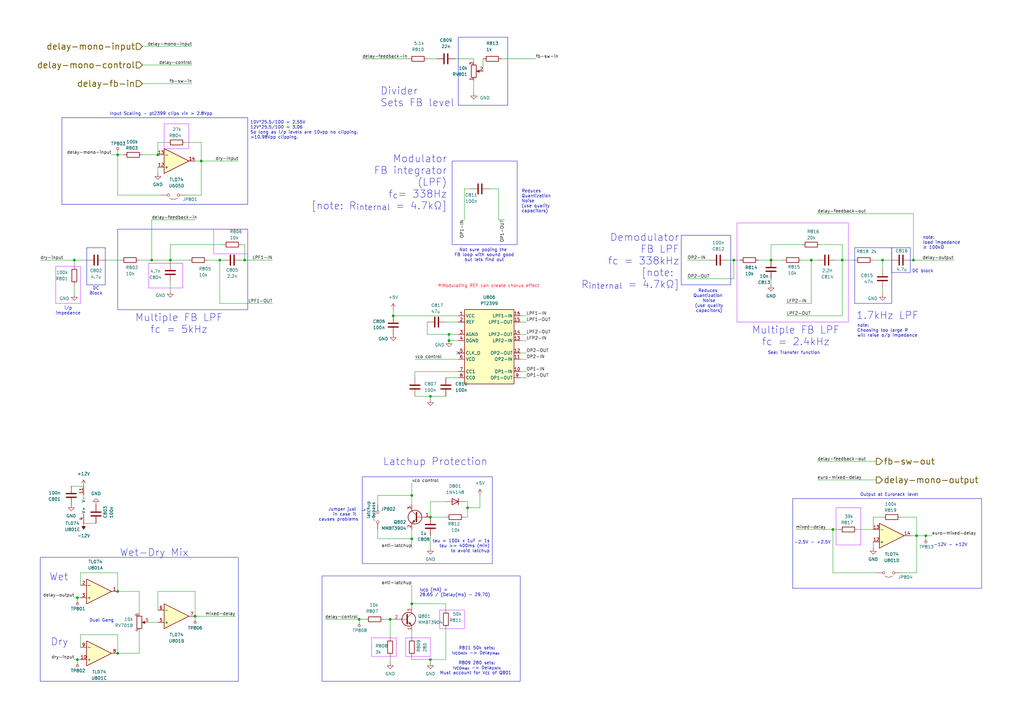
<source format=kicad_sch>
(kicad_sch (version 20250114) (generator "eeschema") (generator_version "9.0")
  (paper "A3")
  (rectangle (start 342.9 208.28) (end 353.06 223.52) (stroke (width 0) (color 189 20 255 1)))
  (rectangle (start 148.59 195.58) (end 201.93 231.14))
  (rectangle (start 365.76 101.6) (end 373.38 111.76))
  (rectangle (start 185.42 66.04) (end 212.09 100.33))
  (rectangle (start 60.96 107.95) (end 74.93 118.11) (stroke (width 0) (color 189 20 255 1)))
  (rectangle (start 302.26 91.44) (end 347.98 132.08) (stroke (width 0) (color 189 20 255 1)))
  (rectangle (start 325.12 204.47) (end 402.59 241.3))
  (rectangle (start 166.37 261.62) (end 176.53 269.24) (stroke (width 0) (color 189 20 255 1)))
  (rectangle (start 187.96 15.24) (end 208.28 43.18))
  (rectangle (start 87.63 93.98) (end 101.6 104.14) (stroke (width 0) (color 189 20 255 1)))
  (rectangle (start 48.26 93.98) (end 101.6 127))
  (rectangle (start 180.34 250.19) (end 190.5 257.81) (stroke (width 0) (color 189 20 255 1)))
  (rectangle (start 16.51 228.6) (end 97.79 279.4))
  (rectangle (start 67.31 50.8) (end 77.47 60.96) (stroke (width 0) (color 189 20 255 1)))
  (rectangle (start 152.4 261.62) (end 162.56 269.24) (stroke (width 0) (color 189 20 255 1)))
  (rectangle (start 279.4 96.52) (end 299.72 116.84))
  (rectangle (start 35.56 101.6) (end 43.18 116.84))
  (rectangle (start 25.4 48.26) (end 101.6 83.82))
  (rectangle (start 350.52 101.6) (end 365.76 124.46))
  (rectangle (start 22.86 109.22) (end 33.02 124.46) (stroke (width 0) (color 189 20 255 1)))
  (rectangle (start 132.08 236.22) (end 213.36 279.4))
  (text "Latchup Protection" (at 178.562 189.484 0) (effects (font (size 3 3))))
  (text "Wet-Dry Mix" (at 63.246 226.822 0) (effects (font (size 3 3))))
  (text "Reduces \nQuantization \nNoise\n(use quality\ncapacitors)" (at 213.868 82.55 0) (effects (font (size 1.27 1.27)) (justify left)))
  (text "Reduces \nQuantization \nNoise\n(use quality\ncapacitors)" (at 290.83 123.444 0) (effects (font (size 1.27 1.27))))
  (text "tau = 100k x 1uF = 1s\ntau >= 400ms (min)\nto avoid latchup" (at 200.914 224.028 0) (effects (font (size 1.27 1.27)) (justify right)))
  (text "*" (at 181.61 118.11 0) (effects (font (size 3 3)) (justify right)))
  (text "i/p\nimpedance" (at 27.94 127.508 0) (effects (font (size 1.27 1.27))))
  (text "-12V - +12V" (at 389.89 223.52 0) (effects (font (size 1.27 1.27))))
  (text "Multiple FB LPF\nfc = 2.4kHz" (at 326.39 137.922 0) (effects (font (size 3 3))))
  (text "Multiple FB LPF\nfc = 5kHz" (at 73.406 132.842 0) (effects (font (size 3 3))))
  (text "Demodulator\nFB LPF\nfc = 338kHz\n[note: \nR_{internal} = 4.7kΩ]" (at 278.638 107.188 0) (effects (font (size 3 3)) (justify right)))
  (text "I_{VCO} (mA) = \n28.65 / (Delay(ms) - 29.70)" (at 171.958 243.078 0) (effects (font (size 1.27 1.27)) (justify left)))
  (text "10V*25.5/100 = 2.55V\n12V*25.5/100 = 3.06\nSo long as i/p levels are 10vpp no clipping.\n>10.98Vpp clipping." (at 102.616 53.34 0) (effects (font (size 1.27 1.27)) (justify left)))
  (text "Not sure poping the \nFB loop with sound good\nbut lets find out" (at 198.628 104.648 0) (effects (font (size 1.27 1.27))))
  (text "-2.5V - +2.5V" (at 333.248 222.504 0) (effects (font (size 1.27 1.27))))
  (text "Input Scaling - pt2399 clips vin > 2.8Vpp" (at 66.04 46.736 0) (effects (font (size 1.27 1.27))))
  (text "Jumper just \nin case it \ncauses problems" (at 147.066 211.074 0) (effects (font (size 1.27 1.27)) (justify right)))
  (text "note: \nload impedance\n≥ 100kΩ" (at 378.46 99.568 0) (effects (font (size 1.27 1.27)) (justify left)))
  (text "Wet" (at 24.13 236.728 0) (effects (font (size 3 3))))
  (text "Dry" (at 24.384 263.398 0) (effects (font (size 3 3))))
  (text "Divider\nSets FB level" (at 155.956 39.878 0) (effects (font (size 3 3)) (justify left)))
  (text "DC\nBlock" (at 39.37 119.38 0) (effects (font (size 1.27 1.27))))
  (text "${/33ef3f06-edc7-46b4-b560-054201e050e5/38b98dfe-f127-4477-aed0-893acac8e9fa/351fb0f8-370b-4d44-9f18-b74dc87e85b3/082f5597-5b73-49f7-9c7d-a3de5ff4bc1d:REFERENCE} ${/33ef3f06-edc7-46b4-b560-054201e050e5/38b98dfe-f127-4477-aed0-893acac8e9fa/351fb0f8-370b-4d44-9f18-b74dc87e85b3/082f5597-5b73-49f7-9c7d-a3de5ff4bc1d:VALUE} sets:\nI_{VCO_{min}} -> Delay_{max} \n\n${/33ef3f06-edc7-46b4-b560-054201e050e5/38b98dfe-f127-4477-aed0-893acac8e9fa/351fb0f8-370b-4d44-9f18-b74dc87e85b3/b5134194-10cd-4809-8d9f-4d54df1be5b9:REFERENCE} ${/33ef3f06-edc7-46b4-b560-054201e050e5/38b98dfe-f127-4477-aed0-893acac8e9fa/351fb0f8-370b-4d44-9f18-b74dc87e85b3/b5134194-10cd-4809-8d9f-4d54df1be5b9:VALUE} sets:\nI_{VCO_{max}} -> Delay_{min}\nMust account for V_{CE} of ${/33ef3f06-edc7-46b4-b560-054201e050e5/38b98dfe-f127-4477-aed0-893acac8e9fa/351fb0f8-370b-4d44-9f18-b74dc87e85b3/52964144-56f2-4497-874c-574b9ba5df81:REFERENCE} " (at 195.58 271.018 0) (effects (font (size 1.27 1.27))))
  (text "1.7kHz LPF" (at 363.982 129.54 0) (effects (font (size 3 3))))
  (text "See: Transfer function" (at 325.628 144.78 0) (effects (font (size 1.27 1.27))))
  (text "Modulator\nFB integrator\n(LPF)\nf_{c}= 338Hz\n[note: R_{internal} = 4.7kΩ]\n" (at 183.388 74.93 0) (effects (font (size 3 3)) (justify right)))
  (text "Modulating REF can create chorus effect" (at 221.234 117.348 0) (effects (font (size 1.27 1.27)) (justify right)))
  (text "Dual Gang" (at 41.656 254.508 0) (effects (font (size 1.27 1.27))))
  (text "note: \nChoosing too large R\nwill raise o/p impedance" (at 351.536 135.636 0) (effects (font (size 1.27 1.27)) (justify left)))
  (text "DC block" (at 378.46 111.252 0) (effects (font (size 1.27 1.27))))
  (text "Output at Eurorack level" (at 364.744 202.946 0) (effects (font (size 1.27 1.27))))
  (junction (at 300.99 106.68))
  (junction (at 168.91 247.65))
  (junction (at 168.91 220.98))
  (junction (at 345.44 106.68))
  (junction (at 48.26 267.97))
  (junction (at 361.95 106.68))
  (junction (at 69.85 106.68))
  (junction (at 379.73 219.71))
  (junction (at 184.15 139.7))
  (junction (at 80.01 252.73))
  (junction (at 48.26 242.57))
  (junction (at 31.75 270.51))
  (junction (at 90.17 106.68))
  (junction (at 374.65 106.68))
  (junction (at 82.55 66.04))
  (junction (at 62.23 106.68))
  (junction (at 48.26 63.5))
  (junction (at 176.53 212.09))
  (junction (at 176.53 162.56))
  (junction (at 30.48 106.68))
  (junction (at 375.92 219.71))
  (junction (at 176.53 270.51))
  (junction (at 64.77 63.5))
  (junction (at 341.63 217.17))
  (junction (at 161.29 129.54))
  (junction (at 31.75 245.11))
  (junction (at 184.15 137.16))
  (junction (at 168.91 203.2))
  (junction (at 160.02 254))
  (junction (at 332.74 106.68))
  (junction (at 100.33 106.68))
  (junction (at 191.77 208.28))
  (junction (at 147.32 254))
  (junction (at 316.23 106.68))
  (no_connect (at 187.96 144.78))
  (wire (pts (xy 176.53 162.56) (xy 182.88 162.56)))
  (wire (pts (xy 64.77 58.42) (xy 68.58 58.42)))
  (wire (pts (xy 62.23 106.68) (xy 69.85 106.68)))
  (wire (pts (xy 176.53 205.74) (xy 176.53 212.09)))
  (wire (pts (xy 34.29 214.63) (xy 39.37 214.63)))
  (wire (pts (xy 170.18 162.56) (xy 176.53 162.56)))
  (wire (pts (xy 62.23 90.17) (xy 80.01 90.17)))
  (wire (pts (xy 64.77 250.19) (xy 64.77 242.57)))
  (wire (pts (xy 358.14 222.25) (xy 358.14 224.79)))
  (wire (pts (xy 48.26 234.95) (xy 48.26 242.57)))
  (wire (pts (xy 379.73 222.25) (xy 379.73 219.71)))
  (wire (pts (xy 100.33 106.68) (xy 111.76 106.68)))
  (wire (pts (xy 168.91 270.51) (xy 176.53 270.51)))
  (wire (pts (xy 358.14 212.09) (xy 361.95 212.09)))
  (wire (pts (xy 322.58 129.54) (xy 345.44 129.54)))
  (wire (pts (xy 281.94 106.68) (xy 290.83 106.68)))
  (wire (pts (xy 45.72 63.5) (xy 48.26 63.5)))
  (wire (pts (xy 64.77 68.58) (xy 64.77 71.12)))
  (wire (pts (xy 69.85 106.68) (xy 69.85 107.95)))
  (wire (pts (xy 369.57 212.09) (xy 375.92 212.09)))
  (wire (pts (xy 154.94 217.17) (xy 154.94 220.98)))
  (wire (pts (xy 176.53 219.71) (xy 176.53 224.79)))
  (wire (pts (xy 154.94 207.01) (xy 154.94 203.2)))
  (wire (pts (xy 322.58 124.46) (xy 332.74 124.46)))
  (wire (pts (xy 76.2 58.42) (xy 82.55 58.42)))
  (wire (pts (xy 90.17 106.68) (xy 90.17 124.46)))
  (wire (pts (xy 161.29 129.54) (xy 187.96 129.54)))
  (wire (pts (xy 57.15 106.68) (xy 62.23 106.68)))
  (wire (pts (xy 80.01 66.04) (xy 82.55 66.04)))
  (wire (pts (xy 335.28 189.23) (xy 359.41 189.23)))
  (wire (pts (xy 198.12 24.13) (xy 198.12 29.21)))
  (wire (pts (xy 170.18 147.32) (xy 187.96 147.32)))
  (wire (pts (xy 80.01 252.73) (xy 96.52 252.73)))
  (wire (pts (xy 168.91 240.03) (xy 168.91 247.65)))
  (wire (pts (xy 30.48 116.84) (xy 30.48 120.65)))
  (wire (pts (xy 30.48 109.22) (xy 30.48 106.68)))
  (wire (pts (xy 191.77 205.74) (xy 191.77 208.28)))
  (wire (pts (xy 351.79 217.17) (xy 358.14 217.17)))
  (wire (pts (xy 187.96 152.4) (xy 170.18 152.4)))
  (wire (pts (xy 58.42 26.67) (xy 78.74 26.67)))
  (wire (pts (xy 176.53 162.56) (xy 176.53 163.83)))
  (wire (pts (xy 168.91 220.98) (xy 168.91 224.79)))
  (wire (pts (xy 170.18 152.4) (xy 170.18 154.94)))
  (wire (pts (xy 316.23 106.68) (xy 321.31 106.68)))
  (wire (pts (xy 361.95 118.11) (xy 361.95 120.65)))
  (wire (pts (xy 311.15 106.68) (xy 316.23 106.68)))
  (wire (pts (xy 374.65 106.68) (xy 391.16 106.68)))
  (wire (pts (xy 345.44 100.33) (xy 345.44 106.68)))
  (wire (pts (xy 361.95 106.68) (xy 361.95 110.49)))
  (wire (pts (xy 187.96 137.16) (xy 184.15 137.16)))
  (wire (pts (xy 161.29 127) (xy 161.29 129.54)))
  (wire (pts (xy 184.15 137.16) (xy 184.15 139.7)))
  (wire (pts (xy 374.65 106.68) (xy 374.65 87.63)))
  (wire (pts (xy 30.48 106.68) (xy 35.56 106.68)))
  (wire (pts (xy 168.91 217.17) (xy 168.91 220.98)))
  (wire (pts (xy 194.31 25.4) (xy 194.31 24.13)))
  (wire (pts (xy 85.09 106.68) (xy 90.17 106.68)))
  (wire (pts (xy 176.53 270.51) (xy 182.88 270.51)))
  (wire (pts (xy 16.51 106.68) (xy 30.48 106.68)))
  (wire (pts (xy 190.5 77.47) (xy 190.5 90.17)))
  (wire (pts (xy 332.74 106.68) (xy 335.28 106.68)))
  (wire (pts (xy 342.9 106.68) (xy 345.44 106.68)))
  (wire (pts (xy 69.85 115.57) (xy 69.85 119.38)))
  (wire (pts (xy 82.55 58.42) (xy 82.55 66.04)))
  (wire (pts (xy 176.53 212.09) (xy 182.88 212.09)))
  (wire (pts (xy 182.88 205.74) (xy 176.53 205.74)))
  (wire (pts (xy 154.94 203.2) (xy 168.91 203.2)))
  (wire (pts (xy 48.26 63.5) (xy 50.8 63.5)))
  (wire (pts (xy 48.26 60.96) (xy 48.26 63.5)))
  (wire (pts (xy 341.63 217.17) (xy 344.17 217.17)))
  (wire (pts (xy 154.94 220.98) (xy 168.91 220.98)))
  (wire (pts (xy 57.15 267.97) (xy 57.15 259.08)))
  (wire (pts (xy 69.85 106.68) (xy 77.47 106.68)))
  (wire (pts (xy 30.48 270.51) (xy 31.75 270.51)))
  (wire (pts (xy 345.44 100.33) (xy 336.55 100.33)))
  (wire (pts (xy 345.44 129.54) (xy 345.44 106.68)))
  (wire (pts (xy 373.38 106.68) (xy 374.65 106.68)))
  (wire (pts (xy 375.92 219.71) (xy 379.73 219.71)))
  (wire (pts (xy 187.96 139.7) (xy 184.15 139.7)))
  (wire (pts (xy 100.33 106.68) (xy 100.33 100.33)))
  (wire (pts (xy 148.59 24.13) (xy 167.64 24.13)))
  (wire (pts (xy 168.91 269.24) (xy 168.91 270.51)))
  (wire (pts (xy 361.95 106.68) (xy 365.76 106.68)))
  (wire (pts (xy 204.47 77.47) (xy 204.47 90.17)))
  (wire (pts (xy 62.23 90.17) (xy 62.23 106.68)))
  (wire (pts (xy 31.75 247.65) (xy 31.75 245.11)))
  (wire (pts (xy 182.88 257.81) (xy 182.88 270.51)))
  (wire (pts (xy 341.63 217.17) (xy 341.63 234.95)))
  (wire (pts (xy 182.88 132.08) (xy 187.96 132.08)))
  (wire (pts (xy 176.53 270.51) (xy 176.53 271.78)))
  (wire (pts (xy 64.77 242.57) (xy 80.01 242.57)))
  (wire (pts (xy 58.42 19.05) (xy 78.74 19.05)))
  (wire (pts (xy 300.99 106.68) (xy 303.53 106.68)))
  (wire (pts (xy 358.14 217.17) (xy 358.14 212.09)))
  (wire (pts (xy 57.15 242.57) (xy 48.26 242.57)))
  (wire (pts (xy 48.26 80.01) (xy 66.04 80.01)))
  (wire (pts (xy 316.23 100.33) (xy 316.23 106.68)))
  (wire (pts (xy 326.39 217.17) (xy 341.63 217.17)))
  (wire (pts (xy 213.36 139.7) (xy 215.9 139.7)))
  (wire (pts (xy 205.74 24.13) (xy 219.71 24.13)))
  (wire (pts (xy 204.47 90.17) (xy 207.01 90.17)))
  (wire (pts (xy 182.88 247.65) (xy 168.91 247.65)))
  (wire (pts (xy 328.93 106.68) (xy 332.74 106.68)))
  (wire (pts (xy 213.36 152.4) (xy 215.9 152.4)))
  (wire (pts (xy 58.42 63.5) (xy 64.77 63.5)))
  (wire (pts (xy 31.75 245.11) (xy 33.02 245.11)))
  (wire (pts (xy 175.26 132.08) (xy 175.26 137.16)))
  (wire (pts (xy 281.94 114.3) (xy 300.99 114.3)))
  (wire (pts (xy 29.21 199.39) (xy 34.29 199.39)))
  (wire (pts (xy 160.02 261.62) (xy 160.02 254)))
  (wire (pts (xy 191.77 212.09) (xy 190.5 212.09)))
  (wire (pts (xy 33.02 260.35) (xy 48.26 260.35)))
  (wire (pts (xy 57.15 251.46) (xy 57.15 242.57)))
  (wire (pts (xy 335.28 196.85) (xy 359.41 196.85)))
  (wire (pts (xy 82.55 66.04) (xy 82.55 80.01)))
  (wire (pts (xy 375.92 234.95) (xy 375.92 219.71)))
  (wire (pts (xy 193.04 77.47) (xy 190.5 77.47)))
  (wire (pts (xy 300.99 114.3) (xy 300.99 106.68)))
  (wire (pts (xy 379.73 219.71) (xy 382.27 219.71)))
  (wire (pts (xy 58.42 34.29) (xy 78.74 34.29)))
  (wire (pts (xy 213.36 132.08) (xy 215.9 132.08)))
  (wire (pts (xy 332.74 106.68) (xy 332.74 124.46)))
  (wire (pts (xy 48.26 63.5) (xy 48.26 80.01)))
  (wire (pts (xy 213.36 154.94) (xy 215.9 154.94)))
  (wire (pts (xy 175.26 137.16) (xy 184.15 137.16)))
  (wire (pts (xy 375.92 219.71) (xy 373.38 219.71)))
  (wire (pts (xy 100.33 100.33) (xy 99.06 100.33)))
  (wire (pts (xy 91.44 100.33) (xy 69.85 100.33)))
  (wire (pts (xy 182.88 247.65) (xy 182.88 250.19)))
  (wire (pts (xy 48.26 267.97) (xy 57.15 267.97)))
  (wire (pts (xy 168.91 203.2) (xy 168.91 207.01)))
  (wire (pts (xy 168.91 198.12) (xy 168.91 203.2)))
  (wire (pts (xy 43.18 106.68) (xy 49.53 106.68)))
  (wire (pts (xy 157.48 254) (xy 160.02 254)))
  (wire (pts (xy 64.77 63.5) (xy 64.77 58.42)))
  (wire (pts (xy 369.57 234.95) (xy 375.92 234.95)))
  (wire (pts (xy 160.02 254) (xy 161.29 254)))
  (wire (pts (xy 31.75 270.51) (xy 33.02 270.51)))
  (wire (pts (xy 191.77 208.28) (xy 196.85 208.28)))
  (wire (pts (xy 194.31 33.02) (xy 194.31 38.1)))
  (wire (pts (xy 175.26 24.13) (xy 179.07 24.13)))
  (wire (pts (xy 341.63 234.95) (xy 359.41 234.95)))
  (wire (pts (xy 186.69 24.13) (xy 194.31 24.13)))
  (wire (pts (xy 90.17 106.68) (xy 91.44 106.68)))
  (wire (pts (xy 316.23 114.3) (xy 316.23 116.84)))
  (wire (pts (xy 182.88 154.94) (xy 187.96 154.94)))
  (wire (pts (xy 345.44 106.68) (xy 350.52 106.68)))
  (wire (pts (xy 191.77 208.28) (xy 191.77 212.09)))
  (wire (pts (xy 298.45 106.68) (xy 300.99 106.68)))
  (wire (pts (xy 200.66 77.47) (xy 204.47 77.47)))
  (wire (pts (xy 33.02 265.43) (xy 33.02 260.35)))
  (wire (pts (xy 160.02 269.24) (xy 160.02 271.78)))
  (wire (pts (xy 213.36 137.16) (xy 215.9 137.16)))
  (wire (pts (xy 80.01 242.57) (xy 80.01 252.73)))
  (wire (pts (xy 33.02 240.03) (xy 33.02 234.95)))
  (wire (pts (xy 82.55 66.04) (xy 97.79 66.04)))
  (wire (pts (xy 168.91 247.65) (xy 168.91 248.92)))
  (wire (pts (xy 191.77 205.74) (xy 190.5 205.74)))
  (wire (pts (xy 31.75 273.05) (xy 31.75 270.51)))
  (wire (pts (xy 76.2 80.01) (xy 82.55 80.01)))
  (wire (pts (xy 213.36 144.78) (xy 215.9 144.78)))
  (wire (pts (xy 90.17 124.46) (xy 111.76 124.46)))
  (wire (pts (xy 33.02 234.95) (xy 48.26 234.95)))
  (wire (pts (xy 147.32 254) (xy 149.86 254)))
  (wire (pts (xy 80.01 255.27) (xy 80.01 252.73)))
  (wire (pts (xy 60.96 255.27) (xy 64.77 255.27)))
  (wire (pts (xy 328.93 100.33) (xy 316.23 100.33)))
  (wire (pts (xy 358.14 106.68) (xy 361.95 106.68)))
  (wire (pts (xy 147.32 256.54) (xy 147.32 254)))
  (wire (pts (xy 213.36 129.54) (xy 215.9 129.54)))
  (wire (pts (xy 213.36 147.32) (xy 215.9 147.32)))
  (wire (pts (xy 69.85 100.33) (xy 69.85 106.68)))
  (wire (pts (xy 30.48 245.11) (xy 31.75 245.11)))
  (wire (pts (xy 133.35 254) (xy 147.32 254)))
  (wire (pts (xy 168.91 259.08) (xy 168.91 261.62)))
  (wire (pts (xy 99.06 106.68) (xy 100.33 106.68)))
  (wire (pts (xy 48.26 260.35) (xy 48.26 267.97)))
  (wire (pts (xy 335.28 87.63) (xy 374.65 87.63)))
  (wire (pts (xy 196.85 208.28) (xy 196.85 203.2)))
  (wire (pts (xy 375.92 212.09) (xy 375.92 219.71)))
  (label "vco control" (at 170.18 147.32 0))
  (label "LPF1-IN" (at 215.9 129.54 0))
  (label "euro-mixed-delay" (at 335.28 196.85 0))
  (label "fb-sw-in" (at 219.71 24.13 0))
  (label "delay-feedback-out " (at 335.28 87.63 0))
  (label "OP1-IN" (at 190.5 90.17 270))
  (label "OP1-OUT" (at 215.9 154.94 0))
  (label "vco control" (at 168.91 198.12 0))
  (label "OP2-IN" (at 215.9 147.32 0))
  (label "euro-mixed-delay" (at 382.27 219.71 0))
  (label "delay-feedback-out " (at 335.28 189.23 0))
  (label "anti-latchup" (at 168.91 224.79 180))
  (label "delay-feedback-in" (at 148.59 24.13 0))
  (label "delay-control" (at 78.74 26.67 180))
  (label "mixed-delay" (at 326.39 217.17 0))
  (label "LPF1-OUT" (at 215.9 132.08 0))
  (label "fb-sw-in" (at 78.74 34.29 180))
  (label "delay-feedback-in" (at 62.23 90.17 0))
  (label "delay-output" (at 391.16 106.68 180))
  (label "dry-input" (at 16.51 106.68 0))
  (label "delay-mono-input" (at 78.74 19.05 180))
  (label "OP2-OUT" (at 281.94 114.3 0))
  (label "mixed-delay" (at 96.52 252.73 180))
  (label "dry-input" (at 97.79 66.04 180))
  (label "LPF1-IN" (at 111.76 106.68 180))
  (label "LFP2-IN" (at 322.58 124.46 0))
  (label "LPF2-OUT" (at 215.9 137.16 0))
  (label "LPF1-OUT" (at 111.76 124.46 180))
  (label "OP1-IN" (at 215.9 152.4 0))
  (label "LFP2-IN" (at 215.9 139.7 0))
  (label "OP1-OUT" (at 207.01 90.17 270))
  (label "LPF2-OUT" (at 322.58 129.54 0))
  (label "dry-input" (at 30.48 270.51 180))
  (label "OP2-IN" (at 281.94 106.68 0))
  (label "OP2-OUT" (at 215.9 144.78 0))
  (label "delay-mono-input" (at 45.72 63.5 180))
  (label "delay-output" (at 30.48 245.11 180))
  (label "anti-latchup" (at 168.91 240.03 180))
  (label "delay-control" (at 133.35 254 0))
  (hierarchical_label "delay-mono-input" (shape input) (at 58.42 19.05 180) (effects (font (size 2.54 2.54) (thickness 0.3175))))
  (hierarchical_label "delay-mono-output" (shape output) (at 359.41 196.85 0) (effects (font (size 2.54 2.54) (thickness 0.3175))))
  (hierarchical_label "delay-fb-in" (shape input) (at 58.42 34.29 180) (effects (font (size 2.54 2.54) (thickness 0.3175))))
  (hierarchical_label "delay-mono-control" (shape input) (at 58.42 26.67 180) (effects (font (size 2.54 2.54) (thickness 0.3175))))
  (hierarchical_label "fb-sw-out" (shape output) (at 359.41 189.23 0) (effects (font (size 2.54 2.54) (thickness 0.3175))))
  (symbol (lib_id "Device:R") (at 325.12 106.68 90) (unit 1)
    (property "Reference" "R715" (at 323.088 109.474 90) (effects (justify right)))
    (property "Value" "10k" (at 323.088 112.014 90) (effects (justify right)))
    (property "Footprint" "Resistor_SMD:R_0805_2012Metric" (effects (hide yes)))
    (property "Description" "Resistor" (effects (hide yes)))
    (instances (project "ece499_project" (path "" (reference "R815") (unit 1)) (path "" (reference "R715") (unit 1))))
  )
  (symbol (lib_id "power:GND") (at 30.48 120.65 0) (unit 1)
    (property "Reference" "#PWR0702" (effects (hide yes)))
    (property "Value" "GND" (at 26.416 122.428 0))
    (property "Description" "Power symbol creates a global label with name \"GND\" , ground" (effects (hide yes)))
    (instances (project "ece499_project" (path "" (reference "#PWR0802") (unit 1)) (path "" (reference "#PWR0702") (unit 1))))
  )
  (symbol (lib_id "Device:R") (at 182.88 254 180) (unit 1)
    (property "Reference" "R711" (at 189.357 254.381 0) (effects (justify left)))
    (property "Value" "50k" (at 189.357 251.841 0) (effects (justify left)))
    (property "Footprint" "Resistor_SMD:R_0805_2012Metric" (effects (hide yes)))
    (property "Description" "Resistor" (effects (hide yes)))
    (instances (project "ece499_project" (path "" (reference "R811") (unit 1)) (path "" (reference "R711") (unit 1))))
  )
  (symbol (lib_id "Jumper:Jumper_2_Open") (at 71.12 80.01 180) (unit 1)
    (property "Reference" "JP701" (at 74.93 81.788 0) (effects (justify right)))
    (property "Value" "L\ni/p\nscaling" (effects (hide yes)))
    (property "Footprint" "Connector_PinHeader_2.54mm:PinHeader_1x02_P2.54mm_Vertical" (effects (hide yes)))
    (property "Description" "Jumper, 2-pole, open" (effects (hide yes)))
    (instances (project "ece499_project" (path "" (reference "JP801") (unit 1)) (path "" (reference "JP701") (unit 1))))
  )
  (symbol (lib_id "Device:C") (at 196.85 77.47 270) (mirror x) (unit 1)
    (property "Reference" "C711" (at 193.294 80.01 90))
    (property "Value" "100n" (at 193.294 82.55 90))
    (property "Footprint" "Capacitor_SMD:C_0805_2012Metric_Pad1.18x1.45mm_HandSolder" (effects (hide yes)))
    (property "Description" "Unpolarized capacitor" (effects (hide yes)))
    (instances (project "ece499_project" (path "" (reference "C811") (unit 1)) (path "" (reference "C711") (unit 1))))
  )
  (symbol (lib_id "Device:R") (at 95.25 100.33 90) (unit 1)
    (property "Reference" "R706" (at 94.234 94.996 90) (effects (justify right)))
    (property "Value" "10k" (at 94.234 97.536 90) (effects (justify right)))
    (property "Footprint" "Resistor_SMD:R_0805_2012Metric" (effects (hide yes)))
    (property "Description" "Resistor" (effects (hide yes)))
    (instances (project "ece499_project" (path "" (reference "R806") (unit 1)) (path "" (reference "R706") (unit 1))))
  )
  (symbol (lib_id "power:+12V") (at 34.29 199.39 0) (unit 1)
    (property "Reference" "#PWR0703" (effects (hide yes)))
    (property "Value" "+12V" (at 34.29 194.31 0))
    (property "Description" "Power symbol creates a global label with name \"+12V\"" (effects (hide yes)))
    (instances (project "ece499_project" (path "" (reference "#PWR0803") (unit 1)) (path "" (reference "#PWR0703") (unit 1))))
  )
  (symbol (lib_id "Device:C") (at 170.18 158.75 0) (unit 1)
    (property "Reference" "C707" (at 173.99 157.4799 0) (effects (justify left)))
    (property "Value" "100n" (at 173.99 160.0199 0) (effects (justify left)))
    (property "Footprint" "Capacitor_SMD:C_0805_2012Metric_Pad1.18x1.45mm_HandSolder" (effects (hide yes)))
    (property "Description" "Unpolarized capacitor" (effects (hide yes)))
    (instances (project "ece499_project" (path "" (reference "C807") (unit 1)) (path "" (reference "C707") (unit 1))))
  )
  (symbol (lib_id "Device:C") (at 69.85 111.76 180) (unit 1)
    (property "Reference" "C704" (at 63.754 113.792 0))
    (property "Value" "4.7n" (at 63.754 111.252 0))
    (property "Footprint" "Capacitor_SMD:C_0805_2012Metric_Pad1.18x1.45mm_HandSolder" (effects (hide yes)))
    (property "Description" "Unpolarized capacitor" (effects (hide yes)))
    (instances (project "ece499_project" (path "" (reference "C804") (unit 1)) (path "" (reference "C704") (unit 1))))
  )
  (symbol (lib_id "Device:R") (at 201.93 24.13 90) (unit 1)
    (property "Reference" "R713" (at 199.39 17.7799 90) (effects (justify right)))
    (property "Value" "1k" (at 199.39 20.3199 90) (effects (justify right)))
    (property "Footprint" "Resistor_SMD:R_0805_2012Metric" (effects (hide yes)))
    (property "Description" "Resistor" (effects (hide yes)))
    (instances (project "ece499_project" (path "" (reference "R813") (unit 1)) (path "" (reference "R713") (unit 1))))
  )
  (symbol (lib_id "Amplifier_Operational:TL074") (at 72.39 66.04 0) (mirror x) (unit 3)
    (property "Reference" "U605" (at 72.39 76.2 0))
    (property "Value" "TL074" (at 72.39 73.66 0))
    (property "Footprint" "Package_SO:SOIC-14_3.9x8.7mm_P1.27mm" (effects (hide yes)))
    (property "Datasheet" "http://www.ti.com/lit/ds/symlink/tl071.pdf" (effects (hide yes)))
    (property "Description" "Quad Low-Noise JFET-Input Operational Amplifiers, DIP-14/SOIC-14" (effects (hide yes)))
    (instances (project "ece499_project" (path "" (reference "U605") (unit 4)) (path "" (reference "U605") (unit 3))))
  )
  (symbol (lib_id "power:GND") (at 358.14 224.79 0) (unit 1)
    (property "Reference" "#PWR0719" (effects (hide yes)))
    (property "Value" "GND" (at 358.14 229.362 0))
    (property "Description" "Power symbol creates a global label with name \"GND\" , ground" (effects (hide yes)))
    (instances (project "ece499_project" (path "" (reference "#PWR0819") (unit 1)) (path "" (reference "#PWR0719") (unit 1))))
  )
  (symbol (lib_id "power:GND") (at 176.53 163.83 0) (unit 1)
    (property "Reference" "#PWR0712" (effects (hide yes)))
    (property "Value" "GND" (effects (hide yes)))
    (property "Description" "Power symbol creates a global label with name \"GND\" , ground" (effects (hide yes)))
    (instances (project "ece499_project" (path "" (reference "#PWR0812") (unit 1)) (path "" (reference "#PWR0712") (unit 1))))
  )
  (symbol (lib_id "Device:R") (at 53.34 106.68 90) (unit 1)
    (property "Reference" "R702" (at 51.562 109.728 90) (effects (justify right)))
    (property "Value" "10k" (at 51.562 112.268 90) (effects (justify right)))
    (property "Footprint" "Resistor_SMD:R_0805_2012Metric" (effects (hide yes)))
    (property "Description" "Resistor" (effects (hide yes)))
    (instances (project "ece499_project" (path "" (reference "R802") (unit 1)) (path "" (reference "R702") (unit 1))))
  )
  (symbol (lib_id "Device:C") (at 39.37 106.68 270) (unit 1)
    (property "Reference" "C702" (at 39.37 110.998 90))
    (property "Value" "4.7u" (at 39.37 113.538 90))
    (property "Footprint" "Capacitor_SMD:C_0805_2012Metric_Pad1.18x1.45mm_HandSolder" (effects (hide yes)))
    (property "Description" "Unpolarized capacitor" (effects (hide yes)))
    (instances (project "ece499_project" (path "" (reference "C802") (unit 1)) (path "" (reference "C702") (unit 1))))
  )
  (symbol (lib_id "Device:C") (at 369.57 106.68 270) (mirror x) (unit 1)
    (property "Reference" "C716" (at 369.824 102.87 90))
    (property "Value" "4.7u" (at 369.824 110.49 90))
    (property "Footprint" "Capacitor_SMD:C_0805_2012Metric_Pad1.18x1.45mm_HandSolder" (effects (hide yes)))
    (property "Description" "Unpolarized capacitor" (effects (hide yes)))
    (instances (project "ece499_project" (path "" (reference "C816") (unit 1)) (path "" (reference "C716") (unit 1))))
  )
  (symbol (lib_id "Transistor_BJT:2N3904") (at 166.37 254 0) (unit 1)
    (property "Reference" "Q701" (at 171.45 252.7299 0) (effects (justify left)))
    (property "Value" "MMBT3904" (at 171.45 255.2699 0) (effects (justify left)))
    (property "Footprint" "Package_TO_SOT_SMD:SOT-23" (effects (hide yes)))
    (property "Datasheet" "https://www.onsemi.com/pub/Collateral/2N3903-D.PDF" (effects (hide yes)))
    (property "Description" "0.2A Ic, 40V Vce, Small Signal NPN Transistor, TO-92" (effects (hide yes)))
    (instances (project "ece499_project" (path "" (reference "Q801") (unit 1)) (path "" (reference "Q701") (unit 1))))
  )
  (symbol (lib_id "power:GND") (at 361.95 120.65 0) (mirror y) (unit 1)
    (property "Reference" "#PWR0720" (effects (hide yes)))
    (property "Value" "GND" (at 357.886 122.428 0))
    (property "Description" "Power symbol creates a global label with name \"GND\" , ground" (effects (hide yes)))
    (instances (project "ece499_project" (path "" (reference "#PWR0820") (unit 1)) (path "" (reference "#PWR0720") (unit 1))))
  )
  (symbol (lib_id "Connector:TestPoint_Small") (at 31.75 273.05 90) (unit 1)
    (property "Reference" "TP702" (at 32.004 275.082 90))
    (property "Value" "L\nwet" (effects (hide yes)))
    (property "Footprint" "TestPoint:TestPoint_Pad_D1.0mm" (effects (hide yes)))
    (property "Description" "test point" (effects (hide yes)))
    (instances (project "ece499_project" (path "" (reference "TP802") (unit 1)) (path "" (reference "TP702") (unit 1))))
  )
  (symbol (lib_id "Device:C") (at 316.23 110.49 180) (unit 1)
    (property "Reference" "C713" (at 313.436 115.824 0))
    (property "Value" "10n" (at 313.436 113.284 0))
    (property "Footprint" "Capacitor_SMD:C_0805_2012Metric_Pad1.18x1.45mm_HandSolder" (effects (hide yes)))
    (property "Description" "Unpolarized capacitor" (effects (hide yes)))
    (instances (project "ece499_project" (path "" (reference "C813") (unit 1)) (path "" (reference "C713") (unit 1))))
  )
  (symbol (lib_id "power:GND") (at 39.37 207.01 180) (unit 1)
    (property "Reference" "#PWR0705" (effects (hide yes)))
    (property "Value" "GND" (at 39.37 202.438 0))
    (property "Description" "Power symbol creates a global label with name \"GND\" , ground" (effects (hide yes)))
    (instances (project "ece499_project" (path "" (reference "#PWR0805") (unit 1)) (path "" (reference "#PWR0705") (unit 1))))
  )
  (symbol (lib_id "Jumper:Jumper_2_Open") (at 154.94 212.09 90) (unit 1)
    (property "Reference" "JP702" (at 156.21 208.788 90) (effects (justify right)))
    (property "Value" "L\nlatchup\nbypass" (at 151.13 205.486 0) (effects (justify right)))
    (property "Footprint" "Connector_PinHeader_2.54mm:PinHeader_1x02_P2.54mm_Vertical" (effects (hide yes)))
    (property "Description" "Jumper, 2-pole, open" (effects (hide yes)))
    (instances (project "ece499_project" (path "" (reference "JP802") (unit 1)) (path "" (reference "JP702") (unit 1))))
  )
  (symbol (lib_id "Device:R") (at 72.39 58.42 270) (unit 1)
    (property "Reference" "R704" (at 74.422 55.626 90) (effects (justify right)))
    (property "Value" "27k" (at 74.422 53.086 90) (effects (justify right)))
    (property "Footprint" "Resistor_SMD:R_0805_2012Metric" (effects (hide yes)))
    (property "Description" "Resistor" (effects (hide yes)))
    (instances (project "ece499_project" (path "" (reference "R804") (unit 1)) (path "" (reference "R704") (unit 1))))
  )
  (symbol (lib_id "Device:R") (at 30.48 113.03 180) (unit 1)
    (property "Reference" "R701" (at 27.94 114.3 0) (effects (justify left)))
    (property "Value" "100k" (at 27.94 111.76 0) (effects (justify left)))
    (property "Footprint" "Resistor_SMD:R_0805_2012Metric" (effects (hide yes)))
    (property "Description" "Resistor" (effects (hide yes)))
    (instances (project "ece499_project" (path "" (reference "R801") (unit 1)) (path "" (reference "R701") (unit 1))))
  )
  (symbol (lib_id "Device:C") (at 161.29 133.35 0) (unit 1)
    (property "Reference" "C706" (at 152.908 131.826 0) (effects (justify left)))
    (property "Value" "100n" (at 152.908 134.366 0) (effects (justify left)))
    (property "Footprint" "Capacitor_SMD:C_0805_2012Metric_Pad1.18x1.45mm_HandSolder" (effects (hide yes)))
    (property "Description" "Unpolarized capacitor" (effects (hide yes)))
    (instances (project "ece499_project" (path "" (reference "C806") (unit 1)) (path "" (reference "C706") (unit 1))))
  )
  (symbol (lib_id "Amplifier_Operational:TL074") (at 40.64 267.97 0) (mirror x) (unit 2)
    (property "Reference" "U701" (at 40.64 278.13 0))
    (property "Value" "TL074" (at 40.64 275.59 0))
    (property "Footprint" "Package_SO:SOIC-14_3.9x8.7mm_P1.27mm" (effects (hide yes)))
    (property "Datasheet" "http://www.ti.com/lit/ds/symlink/tl071.pdf" (effects (hide yes)))
    (property "Description" "Quad Low-Noise JFET-Input Operational Amplifiers, DIP-14/SOIC-14" (effects (hide yes)))
    (instances (project "ece499_project" (path "" (reference "U801") (unit 3)) (path "" (reference "U701") (unit 2))))
  )
  (symbol (lib_id "Device:C") (at 294.64 106.68 90) (unit 1)
    (property "Reference" "C712" (at 294.64 102.108 90))
    (property "Value" "100n" (at 294.64 99.568 90))
    (property "Footprint" "Capacitor_SMD:C_0805_2012Metric_Pad1.18x1.45mm_HandSolder" (effects (hide yes)))
    (property "Description" "Unpolarized capacitor" (effects (hide yes)))
    (instances (project "ece499_project" (path "" (reference "C812") (unit 1)) (path "" (reference "C712") (unit 1))))
  )
  (symbol (lib_id "Amplifier_Operational:TL074") (at 365.76 219.71 0) (mirror x) (unit 4)
    (property "Reference" "U701" (at 365.76 229.87 0))
    (property "Value" "TL074" (at 365.76 227.33 0))
    (property "Footprint" "Package_SO:SOIC-14_3.9x8.7mm_P1.27mm" (effects (hide yes)))
    (property "Datasheet" "http://www.ti.com/lit/ds/symlink/tl071.pdf" (effects (hide yes)))
    (property "Description" "Quad Low-Noise JFET-Input Operational Amplifiers, DIP-14/SOIC-14" (effects (hide yes)))
    (instances (project "ece499_project" (path "" (reference "U801") (unit 4)) (path "" (reference "U701") (unit 4))))
  )
  (symbol (lib_id "Device:C") (at 339.09 106.68 90) (unit 1)
    (property "Reference" "C714" (at 339.344 113.538 90))
    (property "Value" "2.2n" (at 339.344 110.998 90))
    (property "Footprint" "Capacitor_SMD:C_0805_2012Metric_Pad1.18x1.45mm_HandSolder" (effects (hide yes)))
    (property "Description" "Unpolarized capacitor" (effects (hide yes)))
    (instances (project "ece499_project" (path "" (reference "C814") (unit 1)) (path "" (reference "C714") (unit 1))))
  )
  (symbol (lib_id "Device:C") (at 179.07 132.08 90) (unit 1)
    (property "Reference" "C717" (at 176.784 125.222 90) (effects (justify right)))
    (property "Value" "47u" (at 176.784 127.762 90) (effects (justify right)))
    (property "Footprint" "Capacitor_SMD:C_0805_2012Metric_Pad1.18x1.45mm_HandSolder" (effects (hide yes)))
    (property "Description" "Unpolarized capacitor" (effects (hide yes)))
    (instances (project "ece499_project" (path "" (reference "C817") (unit 1)) (path "" (reference "C717") (unit 1))))
  )
  (symbol (lib_id "Amplifier_Operational:TL074") (at 72.39 252.73 0) (mirror x) (unit 3)
    (property "Reference" "U701" (at 72.39 262.89 0))
    (property "Value" "TL074" (at 72.39 260.35 0))
    (property "Footprint" "Package_SO:SOIC-14_3.9x8.7mm_P1.27mm" (effects (hide yes)))
    (property "Datasheet" "http://www.ti.com/lit/ds/symlink/tl071.pdf" (effects (hide yes)))
    (property "Description" "Quad Low-Noise JFET-Input Operational Amplifiers, DIP-14/SOIC-14" (effects (hide yes)))
    (instances (project "ece499_project" (path "" (reference "U801") (unit 2)) (path "" (reference "U701") (unit 3))))
  )
  (symbol (lib_id "Connector:TestPoint_Small") (at 31.75 247.65 90) (unit 1)
    (property "Reference" "TP701" (at 32.004 249.682 90))
    (property "Value" "L\nwet" (effects (hide yes)))
    (property "Footprint" "TestPoint:TestPoint_Pad_D1.0mm" (effects (hide yes)))
    (property "Description" "test point" (effects (hide yes)))
    (instances (project "ece499_project" (path "" (reference "TP801") (unit 1)) (path "" (reference "TP701") (unit 1))))
  )
  (symbol (lib_id "power:GND") (at 69.85 119.38 0) (unit 1)
    (property "Reference" "#PWR0708" (effects (hide yes)))
    (property "Value" "GND" (at 65.786 121.158 0))
    (property "Description" "Power symbol creates a global label with name \"GND\" , ground" (effects (hide yes)))
    (instances (project "ece499_project" (path "" (reference "#PWR0808") (unit 1)) (path "" (reference "#PWR0708") (unit 1))))
  )
  (symbol (lib_id "Device:R") (at 307.34 106.68 90) (unit 1)
    (property "Reference" "R714" (at 305.562 109.728 90) (effects (justify right)))
    (property "Value" "10k" (at 305.562 112.268 90) (effects (justify right)))
    (property "Footprint" "Resistor_SMD:R_0805_2012Metric" (effects (hide yes)))
    (property "Description" "Resistor" (effects (hide yes)))
    (instances (project "ece499_project" (path "" (reference "R814") (unit 1)) (path "" (reference "R714") (unit 1))))
  )
  (symbol (lib_id "power:+5V") (at 196.85 203.2 0) (unit 1)
    (property "Reference" "#PWR0717" (effects (hide yes)))
    (property "Value" "+5V" (at 196.85 198.12 0))
    (property "Description" "Power symbol creates a global label with name \"+5V\"" (effects (hide yes)))
    (instances (project "ece499_project" (path "" (reference "#PWR0817") (unit 1)) (path "" (reference "#PWR0717") (unit 1))))
  )
  (symbol (lib_id "power:GND") (at 194.31 38.1 0) (unit 1)
    (property "Reference" "#PWR0716" (effects (hide yes)))
    (property "Value" "GND" (at 198.882 40.132 0))
    (property "Description" "Power symbol creates a global label with name \"GND\" , ground" (effects (hide yes)))
    (instances (project "ece499_project" (path "" (reference "#PWR0816") (unit 1)) (path "" (reference "#PWR0716") (unit 1))))
  )
  (symbol (lib_id "Device:C") (at 182.88 24.13 90) (unit 1)
    (property "Reference" "C709" (at 182.88 16.51 90))
    (property "Value" "22n" (at 182.88 19.05 90))
    (property "Footprint" "Capacitor_SMD:C_0805_2012Metric_Pad1.18x1.45mm_HandSolder" (effects (hide yes)))
    (property "Description" "Unpolarized capacitor" (effects (hide yes)))
    (instances (project "ece499_project" (path "" (reference "C809") (unit 1)) (path "" (reference "C709") (unit 1))))
  )
  (symbol (lib_id "Transistor_BJT:MMBT3904") (at 171.45 212.09 0) (mirror y) (unit 1)
    (property "Reference" "Q702" (at 166.624 214.122 0) (effects (justify left)))
    (property "Value" "MMBT3904" (at 166.624 216.662 0) (effects (justify left)))
    (property "Footprint" "Package_TO_SOT_SMD:SOT-23" (effects (hide yes)))
    (property "Datasheet" "https://www.onsemi.com/pdf/datasheet/pzt3904-d.pdf" (effects (hide yes)))
    (property "Description" "0.2A Ic, 40V Vce, Small Signal NPN Transistor, SOT-23" (effects (hide yes)))
    (instances (project "ece499_project" (path "" (reference "Q802") (unit 1)) (path "" (reference "Q702") (unit 1))))
  )
  (symbol (lib_id "Device:R") (at 81.28 106.68 90) (unit 1)
    (property "Reference" "R705" (at 81.534 110.236 90) (effects (justify right)))
    (property "Value" "10k" (at 81.534 112.776 90) (effects (justify right)))
    (property "Footprint" "Resistor_SMD:R_0805_2012Metric" (effects (hide yes)))
    (property "Description" "Resistor" (effects (hide yes)))
    (instances (project "ece499_project" (path "" (reference "R805") (unit 1)) (path "" (reference "R705") (unit 1))))
  )
  (symbol (lib_id "power:GND") (at 184.15 139.7 0) (unit 1)
    (property "Reference" "#PWR0715" (effects (hide yes)))
    (property "Value" "GND" (at 180.34 141.478 0))
    (property "Description" "Power symbol creates a global label with name \"GND\" , ground" (effects (hide yes)))
    (instances (project "ece499_project" (path "" (reference "#PWR0815") (unit 1)) (path "" (reference "#PWR0715") (unit 1))))
  )
  (symbol (lib_id "Device:C") (at 95.25 106.68 90) (unit 1)
    (property "Reference" "C705" (at 95.25 110.744 90))
    (property "Value" "2.2n" (at 95.25 113.284 90))
    (property "Footprint" "Capacitor_SMD:C_0805_2012Metric_Pad1.18x1.45mm_HandSolder" (effects (hide yes)))
    (property "Description" "Unpolarized capacitor" (effects (hide yes)))
    (instances (project "ece499_project" (path "" (reference "C805") (unit 1)) (path "" (reference "C705") (unit 1))))
  )
  (symbol (lib_id "Amplifier_Operational:TL074") (at 40.64 242.57 0) (mirror x) (unit 1)
    (property "Reference" "U701" (at 39.116 232.918 0))
    (property "Value" "TL074" (at 39.116 230.378 0))
    (property "Footprint" "Package_SO:SOIC-14_3.9x8.7mm_P1.27mm" (effects (hide yes)))
    (property "Datasheet" "http://www.ti.com/lit/ds/symlink/tl071.pdf" (effects (hide yes)))
    (property "Description" "Quad Low-Noise JFET-Input Operational Amplifiers, DIP-14/SOIC-14" (effects (hide yes)))
    (instances (project "ece499_project" (path "" (reference "U801") (unit 1)) (path "" (reference "U701") (unit 1))))
  )
  (symbol (lib_id "Connector:TestPoint_Small") (at 80.01 255.27 90) (unit 1)
    (property "Reference" "TP706" (at 80.01 257.556 90))
    (property "Value" "L\nmix" (effects (hide yes)))
    (property "Footprint" "TestPoint:TestPoint_Pad_D1.0mm" (effects (hide yes)))
    (property "Description" "test point" (effects (hide yes)))
    (instances (project "ece499_project" (path "" (reference "TP806") (unit 1)) (path "" (reference "TP706") (unit 1))))
  )
  (symbol (lib_id "Connector:TestPoint_Small") (at 48.26 60.96 90) (unit 1)
    (property "Reference" "TP703" (at 48.514 58.928 90))
    (property "Value" "L\ndelay\ni/p" (effects (hide yes)))
    (property "Footprint" "TestPoint:TestPoint_Pad_D1.0mm" (effects (hide yes)))
    (property "Description" "test point" (effects (hide yes)))
    (instances (project "ece499_project" (path "" (reference "TP803") (unit 1)) (path "" (reference "TP703") (unit 1))))
  )
  (symbol (lib_id "Device:C") (at 176.53 215.9 180) (unit 1)
    (property "Reference" "C708" (at 173.736 221.234 0))
    (property "Value" "1u" (at 173.736 218.694 0))
    (property "Footprint" "Capacitor_SMD:C_0805_2012Metric_Pad1.18x1.45mm_HandSolder" (effects (hide yes)))
    (property "Description" "Unpolarized capacitor" (effects (hide yes)))
    (instances (project "ece499_project" (path "" (reference "C808") (unit 1)) (path "" (reference "C708") (unit 1))))
  )
  (symbol (lib_id "power:+5V") (at 161.29 127 0) (unit 1)
    (property "Reference" "#PWR0710" (effects (hide yes)))
    (property "Value" "+5V" (at 161.29 121.92 0))
    (property "Description" "Power symbol creates a global label with name \"+5V\"" (effects (hide yes)))
    (instances (project "ece499_project" (path "" (reference "#PWR0810") (unit 1)) (path "" (reference "#PWR0710") (unit 1))))
  )
  (symbol (lib_id "Jumper:Jumper_2_Open") (at 364.49 234.95 180) (unit 1)
    (property "Reference" "JP704" (at 368.3 236.728 0) (effects (justify right)))
    (property "Value" "L\no/p\nbypass" (effects (hide yes)))
    (property "Footprint" "Connector_PinHeader_2.54mm:PinHeader_1x02_P2.54mm_Vertical" (effects (hide yes)))
    (property "Description" "Jumper, 2-pole, open" (effects (hide yes)))
    (instances (project "ece499_project" (path "" (reference "JP804") (unit 1)) (path "" (reference "JP704") (unit 1))))
  )
  (symbol (lib_id "power:GND") (at 160.02 271.78 0) (unit 1)
    (property "Reference" "#PWR0709" (effects (hide yes)))
    (property "Value" "GND" (at 160.02 276.352 0))
    (property "Description" "Power symbol creates a global label with name \"GND\" , ground" (effects (hide yes)))
    (instances (project "ece499_project" (path "" (reference "#PWR0809") (unit 1)) (path "" (reference "#PWR0709") (unit 1))))
  )
  (symbol (lib_id "Device:C") (at 182.88 158.75 0) (unit 1)
    (property "Reference" "C710" (at 186.69 157.4799 0) (effects (justify left)))
    (property "Value" "100n" (at 186.69 160.0199 0) (effects (justify left)))
    (property "Footprint" "Capacitor_SMD:C_0805_2012Metric_Pad1.18x1.45mm_HandSolder" (effects (hide yes)))
    (property "Description" "Unpolarized capacitor" (effects (hide yes)))
    (instances (project "ece499_project" (path "" (reference "C810") (unit 1)) (path "" (reference "C710") (unit 1))))
  )
  (symbol (lib_id "Device:R") (at 171.45 24.13 90) (unit 1)
    (property "Reference" "R710" (at 173.99 20.3201 90) (effects (justify left)))
    (property "Value" "5.1k" (at 173.99 17.7801 90) (effects (justify left)))
    (property "Footprint" "Resistor_SMD:R_0805_2012Metric" (effects (hide yes)))
    (property "Description" "Resistor" (effects (hide yes)))
    (instances (project "ece499_project" (path "" (reference "R810") (unit 1)) (path "" (reference "R710") (unit 1))))
  )
  (symbol (lib_id "Device:C") (at 29.21 203.2 0) (unit 1)
    (property "Reference" "C701" (at 24.892 204.724 0) (effects (justify right)))
    (property "Value" "100n" (at 24.892 202.184 0) (effects (justify right)))
    (property "Footprint" "Capacitor_SMD:C_0805_2012Metric_Pad1.18x1.45mm_HandSolder" (effects (hide yes)))
    (property "Description" "Unpolarized capacitor" (effects (hide yes)))
    (instances (project "ece499_project" (path "" (reference "C801") (unit 1)) (path "" (reference "C701") (unit 1))))
  )
  (symbol (lib_id "Device:R") (at 153.67 254 90) (mirror x) (unit 1)
    (property "Reference" "R707" (at 155.194 250.698 90) (effects (justify left)))
    (property "Value" "10k" (at 155.194 248.158 90) (effects (justify left)))
    (property "Footprint" "Resistor_SMD:R_0805_2012Metric" (effects (hide yes)))
    (property "Description" "Resistor" (effects (hide yes)))
    (instances (project "ece499_project" (path "" (reference "R807") (unit 1)) (path "" (reference "R707") (unit 1))))
  )
  (symbol (lib_id "Device:R") (at 168.91 265.43 180) (unit 1)
    (property "Reference" "R709" (at 171.704 267.462 90) (effects (justify right)))
    (property "Value" "280" (at 174.244 267.462 90) (effects (justify right)))
    (property "Footprint" "Resistor_SMD:R_0805_2012Metric" (effects (hide yes)))
    (property "Description" "Resistor" (effects (hide yes)))
    (instances (project "ece499_project" (path "" (reference "R809") (unit 1)) (path "" (reference "R709") (unit 1))))
  )
  (symbol (lib_id "power:-12V") (at 34.29 214.63 0) (mirror x) (unit 1)
    (property "Reference" "#PWR0704" (effects (hide yes)))
    (property "Value" "-12V" (at 34.29 219.71 0))
    (property "Description" "Power symbol creates a global label with name \"-12V\"" (effects (hide yes)))
    (instances (project "ece499_project" (path "" (reference "#PWR0804") (unit 1)) (path "" (reference "#PWR0704") (unit 1))))
  )
  (symbol (lib_id "Connector:TestPoint_Small") (at 379.73 222.25 90) (unit 1)
    (property "Reference" "TP713" (at 379.984 224.282 90))
    (property "Value" "L\neuro\no/p" (effects (hide yes)))
    (property "Footprint" "TestPoint:TestPoint_Pad_D1.0mm" (effects (hide yes)))
    (property "Description" "test point" (effects (hide yes)))
    (instances (project "ece499_project" (path "" (reference "TP813") (unit 1)) (path "" (reference "TP713") (unit 1))))
  )
  (symbol (lib_id "power:GND") (at 176.53 271.78 0) (unit 1)
    (property "Reference" "#PWR0714" (effects (hide yes)))
    (property "Value" "GND" (at 176.53 276.352 0))
    (property "Description" "Power symbol creates a global label with name \"GND\" , ground" (effects (hide yes)))
    (instances (project "ece499_project" (path "" (reference "#PWR0814") (unit 1)) (path "" (reference "#PWR0714") (unit 1))))
  )
  (symbol (lib_id "power:GND") (at 316.23 116.84 0) (unit 1)
    (property "Reference" "#PWR0718" (effects (hide yes)))
    (property "Value" "GND" (at 316.23 121.412 0))
    (property "Description" "Power symbol creates a global label with name \"GND\" , ground" (effects (hide yes)))
    (instances (project "ece499_project" (path "" (reference "#PWR0818") (unit 1)) (path "" (reference "#PWR0718") (unit 1))))
  )
  (symbol (lib_id "power:GND") (at 29.21 207.01 0) (unit 1)
    (property "Reference" "#PWR0701" (effects (hide yes)))
    (property "Value" "GND" (at 29.21 211.582 0))
    (property "Description" "Power symbol creates a global label with name \"GND\" , ground" (effects (hide yes)))
    (instances (project "ece499_project" (path "" (reference "#PWR0801") (unit 1)) (path "" (reference "#PWR0701") (unit 1))))
  )
  (symbol (lib_id "Diode:1N4001") (at 186.69 205.74 180) (unit 1)
    (property "Reference" "D701" (at 186.69 199.39 0))
    (property "Value" "1N4148" (at 186.69 201.93 0))
    (property "Footprint" "Diode_SMD:D_SOD-123F" (effects (hide yes)))
    (property "Datasheet" "https://www.smc-diodes.com/propdf/DSS12U%20THRU%20DSS125U%20N1873%20REV.A.pdf" (effects (hide yes)))
    (property "Description" "50V 1A General Purpose Rectifier Diode, DO-41" (effects (hide yes)))
    (property "Sim.Device" "D" (effects (hide yes)))
    (property "Sim.Pins" "1=K 2=A" (effects (hide yes)))
    (instances (project "ece499_project" (path "" (reference "D801") (unit 1)) (path "" (reference "D701") (unit 1))))
  )
  (symbol (lib_id "Device:R") (at 354.33 106.68 270) (mirror x) (unit 1)
    (property "Reference" "R718" (at 356.362 103.124 90) (effects (justify right)))
    (property "Value" "2k" (at 359.664 103.124 90) (effects (justify right)))
    (property "Footprint" "Resistor_SMD:R_0805_2012Metric" (effects (hide yes)))
    (property "Description" "Resistor" (effects (hide yes)))
    (instances (project "ece499_project" (path "" (reference "R818") (unit 1)) (path "" (reference "R718") (unit 1))))
  )
  (symbol (lib_id "power:GND") (at 176.53 224.79 0) (unit 1)
    (property "Reference" "#PWR0713" (effects (hide yes)))
    (property "Value" "GND" (at 176.53 229.362 0))
    (property "Description" "Power symbol creates a global label with name \"GND\" , ground" (effects (hide yes)))
    (instances (project "ece499_project" (path "" (reference "#PWR0813") (unit 1)) (path "" (reference "#PWR0713") (unit 1))))
  )
  (symbol (lib_id "Audio:PT2399") (at 200.66 142.24 0) (unit 1)
    (property "Reference" "U706" (at 200.66 121.92 0))
    (property "Value" "PT2399" (at 200.66 124.46 0))
    (property "Footprint" "Package_SO:SOP-16_4.4x10.4mm_P1.27mm" (effects (hide yes)))
    (property "Datasheet" "http://www.princeton.com.tw/Portals/0/Product/PT2399_1.pdf" (effects (hide yes)))
    (property "Description" "Echo Processor IC, DIP-16" (effects (hide yes)))
    (instances (project "ece499_project" (path "" (reference "U806") (unit 1)) (path "" (reference "U706") (unit 1))))
  )
  (symbol (lib_id "Connector:TestPoint_Small") (at 147.32 256.54 90) (unit 1)
    (property "Reference" "TP708" (at 147.574 258.572 90))
    (property "Value" "R delay\nctrl" (effects (hide yes)))
    (property "Footprint" "TestPoint:TestPoint_Pad_D1.0mm" (effects (hide yes)))
    (property "Description" "test point" (effects (hide yes)))
    (instances (project "ece499_project" (path "" (reference "TP808") (unit 1)) (path "" (reference "TP708") (unit 1))))
  )
  (symbol (lib_id "Amplifier_Operational:TL074") (at 36.83 207.01 0) (mirror x) (unit 5)
    (property "Reference" "U701" (at 29.718 217.17 0))
    (property "Value" "TL074" (at 29.718 214.63 0))
    (property "Footprint" "Package_SO:SOIC-14_3.9x8.7mm_P1.27mm" (effects (hide yes)))
    (property "Datasheet" "http://www.ti.com/lit/ds/symlink/tl071.pdf" (effects (hide yes)))
    (property "Description" "Quad Low-Noise JFET-Input Operational Amplifiers, DIP-14/SOIC-14" (effects (hide yes)))
    (instances (project "ece499_project" (path "" (reference "U801") (unit 5)) (path "" (reference "U701") (unit 5))))
  )
  (symbol (lib_id "Device:R") (at 186.69 212.09 270) (mirror x) (unit 1)
    (property "Reference" "R712" (at 188.722 214.884 90) (effects (justify right)))
    (property "Value" "10k" (at 188.722 217.424 90) (effects (justify right)))
    (property "Footprint" "Resistor_SMD:R_0805_2012Metric" (effects (hide yes)))
    (property "Description" "Resistor" (effects (hide yes)))
    (instances (project "ece499_project" (path "" (reference "R812") (unit 1)) (path "" (reference "R712") (unit 1))))
  )
  (symbol (lib_id "Device:R") (at 54.61 63.5 270) (unit 1)
    (property "Reference" "R703" (at 56.642 60.706 90) (effects (justify right)))
    (property "Value" "100k" (at 56.642 58.166 90) (effects (justify right)))
    (property "Footprint" "Resistor_SMD:R_0805_2012Metric" (effects (hide yes)))
    (property "Description" "Resistor" (effects (hide yes)))
    (instances (project "ece499_project" (path "" (reference "R803") (unit 1)) (path "" (reference "R703") (unit 1))))
  )
  (symbol (lib_id "Device:C") (at 361.95 114.3 0) (mirror x) (unit 1)
    (property "Reference" "C715" (at 358.14 113.0299 0) (effects (justify right)))
    (property "Value" "47n" (at 358.14 115.5699 0) (effects (justify right)))
    (property "Footprint" "Capacitor_SMD:C_0805_2012Metric_Pad1.18x1.45mm_HandSolder" (effects (hide yes)))
    (property "Description" "Unpolarized capacitor" (effects (hide yes)))
    (instances (project "ece499_project" (path "" (reference "C815") (unit 1)) (path "" (reference "C715") (unit 1))))
  )
  (symbol (lib_id "Device:R") (at 160.02 265.43 0) (unit 1)
    (property "Reference" "R708" (at 153.924 264.922 0) (effects (justify left)))
    (property "Value" "3k" (at 153.924 267.462 0) (effects (justify left)))
    (property "Footprint" "Resistor_SMD:R_0805_2012Metric" (effects (hide yes)))
    (property "Description" "Resistor" (effects (hide yes)))
    (instances (project "ece499_project" (path "" (reference "R808") (unit 1)) (path "" (reference "R708") (unit 1))))
  )
  (symbol (lib_id "Device:R") (at 332.74 100.33 90) (unit 1)
    (property "Reference" "R716" (at 330.962 94.996 90) (effects (justify right)))
    (property "Value" "20k" (at 330.962 97.536 90) (effects (justify right)))
    (property "Footprint" "Resistor_SMD:R_0805_2012Metric" (effects (hide yes)))
    (property "Description" "Resistor" (effects (hide yes)))
    (instances (project "ece499_project" (path "" (reference "R816") (unit 1)) (path "" (reference "R716") (unit 1))))
  )
  (symbol (lib_id "Device:C") (at 39.37 210.82 180) (unit 1)
    (property "Reference" "C703" (at 43.18 212.598 90) (effects (justify right)))
    (property "Value" "100n" (at 45.72 212.598 90) (effects (justify right)))
    (property "Footprint" "Capacitor_SMD:C_0805_2012Metric_Pad1.18x1.45mm_HandSolder" (effects (hide yes)))
    (property "Description" "Unpolarized capacitor" (effects (hide yes)))
    (instances (project "ece499_project" (path "" (reference "C803") (unit 1)) (path "" (reference "C703") (unit 1))))
  )
  (symbol (lib_id "power:GND") (at 161.29 137.16 0) (unit 1)
    (property "Reference" "#PWR0711" (effects (hide yes)))
    (property "Value" "GND" (at 157.226 138.938 0))
    (property "Description" "Power symbol creates a global label with name \"GND\" , ground" (effects (hide yes)))
    (instances (project "ece499_project" (path "" (reference "#PWR0811") (unit 1)) (path "" (reference "#PWR0711") (unit 1))))
  )
  (symbol (lib_id "Device:R_Potentiometer") (at 194.31 29.21 0) (mirror x) (unit 1)
    (property "Reference" "RV702" (at 191.77 30.4801 0) (effects (justify right)))
    (property "Value" "10k" (at 191.77 27.9401 0) (effects (justify right)))
    (property "Footprint" "Potentiometer_THT:Potentiometer_Alpha_RD901F-40-00D_Single_Vertical" (effects (hide yes)))
    (property "Description" "Potentiometer" (effects (hide yes)))
    (instances (project "ece499_project" (path "" (reference "RV801") (unit 1)) (path "" (reference "RV702") (unit 1))))
  )
  (symbol (lib_id "power:GND") (at 64.77 71.12 0) (unit 1)
    (property "Reference" "#PWR0707" (effects (hide yes)))
    (property "Value" "GND" (at 64.77 75.692 0))
    (property "Description" "Power symbol creates a global label with name \"GND\" , ground" (effects (hide yes)))
    (instances (project "ece499_project" (path "" (reference "#PWR0807") (unit 1)) (path "" (reference "#PWR0707") (unit 1))))
  )
  (symbol (lib_id "Device:R_Potentiometer_Dual_Separate") (at 57.15 255.27 0) (mirror x) (unit 1)
    (property "Reference" "RV701" (at 54.61 256.5401 0) (effects (justify right)))
    (property "Value" "10k" (at 54.61 254.0001 0) (effects (justify right)))
    (property "Footprint" "Potentiometer_THT:Potentiometer_Alpha_RD902F-40-00D_Dual_Vertical" (effects (hide yes)))
    (property "Description" "Dual potentiometer, separate units" (effects (hide yes)))
    (instances (project "" (path "" (reference "RV701") (unit 2)) (path "" (reference "RV701") (unit 1))))
  )
  (symbol (lib_id "Device:R") (at 365.76 212.09 270) (unit 1)
    (property "Reference" "R719" (at 367.792 209.296 90) (effects (justify right)))
    (property "Value" "100k" (at 367.792 206.756 90) (effects (justify right)))
    (property "Footprint" "Resistor_SMD:R_0805_2012Metric" (effects (hide yes)))
    (property "Description" "Resistor" (effects (hide yes)))
    (instances (project "ece499_project" (path "" (reference "R819") (unit 1)) (path "" (reference "R719") (unit 1))))
  )
  (symbol (lib_id "Device:R") (at 347.98 217.17 270) (unit 1)
    (property "Reference" "R717" (at 350.012 214.376 90) (effects (justify right)))
    (property "Value" "39k" (at 350.012 211.836 90) (effects (justify right)))
    (property "Footprint" "Resistor_SMD:R_0805_2012Metric" (effects (hide yes)))
    (property "Description" "Resistor" (effects (hide yes)))
    (instances (project "ece499_project" (path "" (reference "R817") (unit 1)) (path "" (reference "R717") (unit 1))))
  )
)
</source>
